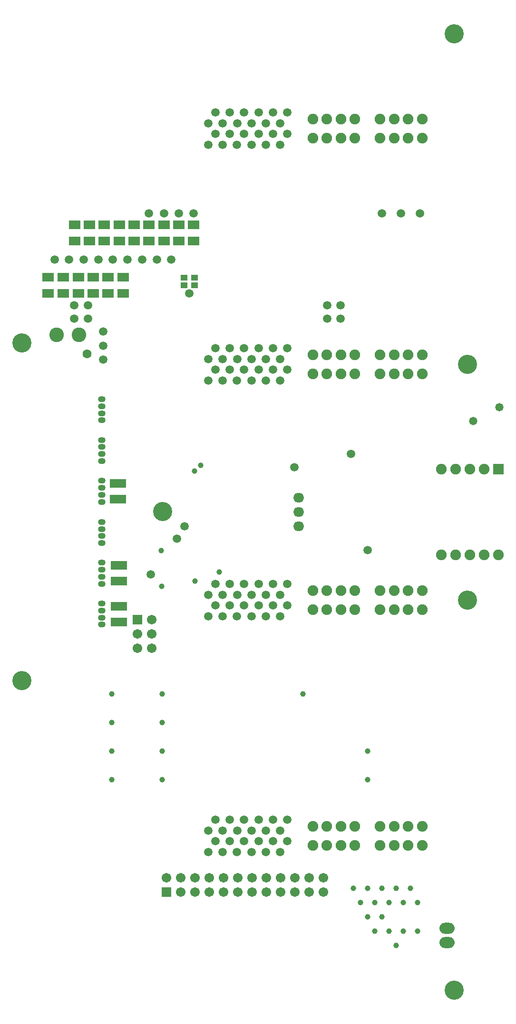
<source format=gbs>
G04 Layer_Color=16711935*
%FSLAX25Y25*%
%MOIN*%
G70*
G01*
G75*
%ADD83R,0.11430X0.05918*%
%ADD86R,0.06706X0.06706*%
%ADD87C,0.06706*%
%ADD88O,0.10642X0.07690*%
%ADD89R,0.06706X0.06706*%
%ADD90O,0.05328X0.04147*%
%ADD91C,0.05918*%
%ADD92C,0.07493*%
%ADD93O,0.07493X0.06706*%
%ADD94R,0.07493X0.07493*%
%ADD95C,0.13398*%
%ADD96C,0.10249*%
%ADD97C,0.05800*%
%ADD98C,0.06312*%
%ADD99C,0.03950*%
%ADD100R,0.07887X0.05918*%
%ADD101R,0.04737X0.04343*%
D83*
X30650Y-135662D02*
D03*
Y-124638D02*
D03*
X31150Y-193162D02*
D03*
Y-182138D02*
D03*
Y-221662D02*
D03*
Y-210638D02*
D03*
D86*
X64567Y-410787D02*
D03*
D87*
Y-400787D02*
D03*
X74567Y-410787D02*
D03*
Y-400787D02*
D03*
X84567Y-410787D02*
D03*
Y-400787D02*
D03*
X94567Y-410787D02*
D03*
Y-400787D02*
D03*
X104567Y-410787D02*
D03*
Y-400787D02*
D03*
X114567Y-410787D02*
D03*
Y-400787D02*
D03*
X124567Y-410787D02*
D03*
Y-400787D02*
D03*
X134567Y-410787D02*
D03*
Y-400787D02*
D03*
X144567Y-410787D02*
D03*
Y-400787D02*
D03*
X154567Y-410787D02*
D03*
Y-400787D02*
D03*
X164567Y-410787D02*
D03*
Y-400787D02*
D03*
X174567Y-410787D02*
D03*
Y-400787D02*
D03*
X54150Y-220121D02*
D03*
X44150Y-230121D02*
D03*
X54150D02*
D03*
X44150Y-240121D02*
D03*
X54150D02*
D03*
D88*
X261114Y-445973D02*
D03*
Y-436131D02*
D03*
D89*
X44150Y-220121D02*
D03*
D90*
X19150Y-208770D02*
D03*
Y-213691D02*
D03*
Y-218613D02*
D03*
Y-223534D02*
D03*
Y-180210D02*
D03*
Y-185132D02*
D03*
Y-190053D02*
D03*
Y-194974D02*
D03*
Y-151650D02*
D03*
Y-156571D02*
D03*
Y-161493D02*
D03*
Y-166414D02*
D03*
X19150Y-122886D02*
D03*
Y-127808D02*
D03*
Y-132729D02*
D03*
Y-137650D02*
D03*
X19150Y-94308D02*
D03*
Y-99229D02*
D03*
Y-104150D02*
D03*
Y-109071D02*
D03*
Y-65748D02*
D03*
Y-70669D02*
D03*
Y-75590D02*
D03*
Y-80511D02*
D03*
D91*
X149315Y-30162D02*
D03*
X98921D02*
D03*
X109000D02*
D03*
X119079D02*
D03*
X129157D02*
D03*
X139236D02*
D03*
X93961Y-37682D02*
D03*
X104039D02*
D03*
X114118D02*
D03*
X124197D02*
D03*
X134276D02*
D03*
X144354D02*
D03*
X98921Y-45201D02*
D03*
X109000D02*
D03*
X119079D02*
D03*
X129157D02*
D03*
X139236D02*
D03*
X149315D02*
D03*
X93921Y-52721D02*
D03*
X104000D02*
D03*
X114079D02*
D03*
X124158D02*
D03*
X134236D02*
D03*
X144315D02*
D03*
X149315Y-360162D02*
D03*
X98921D02*
D03*
X109000D02*
D03*
X119079D02*
D03*
X129157D02*
D03*
X139236D02*
D03*
X93961Y-367682D02*
D03*
X104039D02*
D03*
X114118D02*
D03*
X124197D02*
D03*
X134276D02*
D03*
X144354D02*
D03*
X98921Y-375201D02*
D03*
X109000D02*
D03*
X119079D02*
D03*
X129157D02*
D03*
X139236D02*
D03*
X149315D02*
D03*
X93921Y-382721D02*
D03*
X104000D02*
D03*
X114079D02*
D03*
X124158D02*
D03*
X134236D02*
D03*
X144315D02*
D03*
X149315Y-195162D02*
D03*
X98921D02*
D03*
X109000D02*
D03*
X119079D02*
D03*
X129157D02*
D03*
X139236D02*
D03*
X93961Y-202682D02*
D03*
X104039D02*
D03*
X114118D02*
D03*
X124197D02*
D03*
X134276D02*
D03*
X144354D02*
D03*
X98921Y-210201D02*
D03*
X109000D02*
D03*
X119079D02*
D03*
X129157D02*
D03*
X139236D02*
D03*
X149315D02*
D03*
X93921Y-217721D02*
D03*
X104000D02*
D03*
X114079D02*
D03*
X124158D02*
D03*
X134236D02*
D03*
X144315D02*
D03*
X149315Y134838D02*
D03*
X98921D02*
D03*
X109000D02*
D03*
X119079D02*
D03*
X129157D02*
D03*
X139236D02*
D03*
X93961Y127318D02*
D03*
X104039D02*
D03*
X114118D02*
D03*
X124197D02*
D03*
X134276D02*
D03*
X144354D02*
D03*
X98921Y119799D02*
D03*
X109000D02*
D03*
X119079D02*
D03*
X129157D02*
D03*
X139236D02*
D03*
X149315D02*
D03*
X93921Y112279D02*
D03*
X104000D02*
D03*
X114079D02*
D03*
X124158D02*
D03*
X134236D02*
D03*
X144315D02*
D03*
X205650Y-171263D02*
D03*
X71978Y-163322D02*
D03*
X77150Y-154650D02*
D03*
X53478Y-188322D02*
D03*
X154328Y-113472D02*
D03*
X193781Y-104019D02*
D03*
X68047Y31811D02*
D03*
X57811D02*
D03*
X47575D02*
D03*
X37339D02*
D03*
X27102D02*
D03*
X16866D02*
D03*
X6630D02*
D03*
X-3606D02*
D03*
X-13842D02*
D03*
X83748Y64225D02*
D03*
X73299D02*
D03*
X62850D02*
D03*
X80638Y8319D02*
D03*
X52402Y64225D02*
D03*
X20331Y-18504D02*
D03*
Y-28346D02*
D03*
Y-38189D02*
D03*
X0Y-9449D02*
D03*
Y0D02*
D03*
X9449D02*
D03*
Y-9449D02*
D03*
X215638Y64225D02*
D03*
X229024D02*
D03*
X242409D02*
D03*
X186614Y-9449D02*
D03*
Y0D02*
D03*
X177165D02*
D03*
Y-9449D02*
D03*
D92*
X196677Y-48036D02*
D03*
X186835D02*
D03*
X176992D02*
D03*
X167150D02*
D03*
X196677Y-34650D02*
D03*
X186835D02*
D03*
X176992D02*
D03*
X167150D02*
D03*
X214394D02*
D03*
X224236D02*
D03*
X234079D02*
D03*
X243921D02*
D03*
X214394Y-48036D02*
D03*
X224236D02*
D03*
X234079D02*
D03*
X243921D02*
D03*
X196677Y-378036D02*
D03*
X186835D02*
D03*
X176992D02*
D03*
X167150D02*
D03*
X196677Y-364650D02*
D03*
X186835D02*
D03*
X176992D02*
D03*
X167150D02*
D03*
X214394D02*
D03*
X224236D02*
D03*
X234079D02*
D03*
X243921D02*
D03*
X214394Y-378036D02*
D03*
X224236D02*
D03*
X234079D02*
D03*
X243921D02*
D03*
X196677Y-213036D02*
D03*
X186835D02*
D03*
X176992D02*
D03*
X167150D02*
D03*
X196677Y-199650D02*
D03*
X186835D02*
D03*
X176992D02*
D03*
X167150D02*
D03*
X214394D02*
D03*
X224236D02*
D03*
X234079D02*
D03*
X243921D02*
D03*
X214394Y-213036D02*
D03*
X224236D02*
D03*
X234079D02*
D03*
X243921D02*
D03*
X196677Y116964D02*
D03*
X186835D02*
D03*
X176992D02*
D03*
X167150D02*
D03*
X196677Y130350D02*
D03*
X186835D02*
D03*
X176992D02*
D03*
X167150D02*
D03*
X214394D02*
D03*
X224236D02*
D03*
X234079D02*
D03*
X243921D02*
D03*
X214394Y116964D02*
D03*
X224236D02*
D03*
X234079D02*
D03*
X243921D02*
D03*
X257150Y-174650D02*
D03*
X267150D02*
D03*
X277150D02*
D03*
X287150D02*
D03*
X297150D02*
D03*
X257150Y-114650D02*
D03*
X267150D02*
D03*
X277150D02*
D03*
X287150D02*
D03*
D93*
X157150Y-134650D02*
D03*
Y-144650D02*
D03*
Y-154650D02*
D03*
D94*
X297150Y-114650D02*
D03*
D95*
X275590Y-206299D02*
D03*
Y-41339D02*
D03*
X61811Y-144488D02*
D03*
X-36753Y-262761D02*
D03*
Y-26540D02*
D03*
X266397Y189995D02*
D03*
Y-479296D02*
D03*
D96*
X3150Y-20650D02*
D03*
X-12441D02*
D03*
D97*
X298031Y-71260D02*
D03*
X279528Y-81102D02*
D03*
D98*
X9055Y-34036D02*
D03*
D99*
X205650Y-332150D02*
D03*
X205649Y-312150D02*
D03*
X160150Y-272150D02*
D03*
X61650Y-332150D02*
D03*
X61650Y-312150D02*
D03*
X61650Y-292150D02*
D03*
X61650Y-272150D02*
D03*
X26150Y-332150D02*
D03*
Y-312150D02*
D03*
Y-292150D02*
D03*
Y-272150D02*
D03*
X240582Y-418150D02*
D03*
X235582Y-408150D02*
D03*
X240582Y-438150D02*
D03*
X225582Y-408150D02*
D03*
X230582Y-418150D02*
D03*
Y-438150D02*
D03*
X225582Y-448150D02*
D03*
X215582Y-408150D02*
D03*
X220582Y-418150D02*
D03*
X215582Y-428150D02*
D03*
X220582Y-438150D02*
D03*
X205582Y-408150D02*
D03*
X210582Y-418150D02*
D03*
X205582Y-428150D02*
D03*
X210582Y-438150D02*
D03*
X195582Y-408150D02*
D03*
X200582Y-418150D02*
D03*
X84150Y-116150D02*
D03*
X88650Y-112150D02*
D03*
X84650Y-193150D02*
D03*
X61150Y-196650D02*
D03*
X101650Y-186650D02*
D03*
X61094Y-171705D02*
D03*
D100*
X150Y44933D02*
D03*
Y56351D02*
D03*
X10599Y44933D02*
D03*
Y56351D02*
D03*
X21049Y44933D02*
D03*
Y56351D02*
D03*
X31499Y44933D02*
D03*
Y56351D02*
D03*
X41949Y44933D02*
D03*
Y56351D02*
D03*
X52399Y44933D02*
D03*
Y56351D02*
D03*
X62848Y44933D02*
D03*
Y56351D02*
D03*
X73298Y44933D02*
D03*
Y56351D02*
D03*
X83748Y44933D02*
D03*
Y56351D02*
D03*
X-18300Y19558D02*
D03*
Y8141D02*
D03*
X-7850Y19558D02*
D03*
Y8141D02*
D03*
X2850Y19558D02*
D03*
Y8141D02*
D03*
X13300Y19558D02*
D03*
Y8141D02*
D03*
X23750Y19558D02*
D03*
Y8141D02*
D03*
X34200Y19558D02*
D03*
Y8141D02*
D03*
D101*
X77087Y14045D02*
D03*
Y19360D02*
D03*
X84190Y14045D02*
D03*
Y19360D02*
D03*
M02*

</source>
